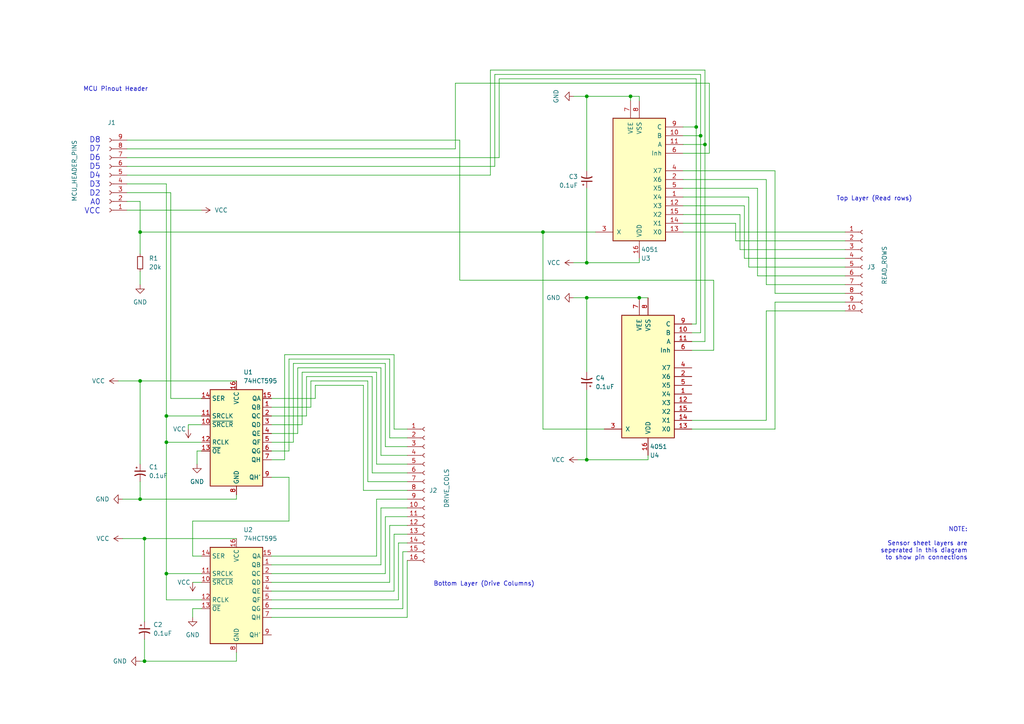
<source format=kicad_sch>
(kicad_sch (version 20211123) (generator eeschema)
  (paper "A4")
  (title_block (title "Force Sensitive Resistor Matrix") (date "2022-11-27") (company "UBC Bionics") (comment 4 "Drawn by: UMAR ALI") (comment 9 "Some comment"))
  (lib_symbols
    (symbol "4xxx:4051" (pin_names (offset 1.016))
      (property "Reference" "U" (at -7.62 19.05 0))
      (property "Value" "4051" (at -7.62 -19.05 0))
      (symbol "4051_1_0"
        (pin passive line (at -12.7 5.08 0) (length 5.08) (name "X4") (number "1"))
        (pin input line (at -12.7 -12.7 0) (length 5.08) (name "B") (number "10"))
        (pin input line (at -12.7 -10.16 0) (length 5.08) (name "A") (number "11"))
        (pin passive line (at -12.7 7.62 0) (length 5.08) (name "X3") (number "12"))
        (pin passive line (at -12.7 15.24 0) (length 5.08) (name "X0") (number "13"))
        (pin passive line (at -12.7 12.7 0) (length 5.08) (name "X1") (number "14"))
        (pin passive line (at -12.7 10.16 0) (length 5.08) (name "X2") (number "15"))
        (pin power_in line (at 0 22.86 270) (length 5.08) (name "VDD") (number "16"))
        (pin passive line (at -12.7 0 0) (length 5.08) (name "X6") (number "2"))
        (pin passive line (at 12.7 15.24 180) (length 5.08) (name "X") (number "3"))
        (pin passive line (at -12.7 -2.54 0) (length 5.08) (name "X7") (number "4"))
        (pin passive line (at -12.7 2.54 0) (length 5.08) (name "X5") (number "5"))
        (pin input line (at -12.7 -7.62 0) (length 5.08) (name "Inh") (number "6"))
        (pin power_in line (at 2.54 -22.86 90) (length 5.08) (name "VEE") (number "7"))
        (pin power_in line (at 0 -22.86 90) (length 5.08) (name "VSS") (number "8"))
        (pin input line (at -12.7 -15.24 0) (length 5.08) (name "C") (number "9"))
      )
      (symbol "4051_1_1"
        (rectangle (start -7.62 17.78) (end 7.62 -17.78) (stroke (width 0.254)) (fill (type background)))
      )
    )
    (symbol "74xx:74HCT595"
      (property "Reference" "U" (at -7.62 13.97 0))
      (property "Value" "74HCT595" (at -7.62 -16.51 0))
      (symbol "74HCT595_1_0"
        (pin tri_state line (at 10.16 7.62 180) (length 2.54) (name "QB") (number "1"))
        (pin input line (at -10.16 2.54 0) (length 2.54) (name "~{SRCLR}") (number "10"))
        (pin input line (at -10.16 5.08 0) (length 2.54) (name "SRCLK") (number "11"))
        (pin input line (at -10.16 -2.54 0) (length 2.54) (name "RCLK") (number "12"))
        (pin input line (at -10.16 -5.08 0) (length 2.54) (name "~{OE}") (number "13"))
        (pin input line (at -10.16 10.16 0) (length 2.54) (name "SER") (number "14"))
        (pin tri_state line (at 10.16 10.16 180) (length 2.54) (name "QA") (number "15"))
        (pin power_in line (at 0 15.24 270) (length 2.54) (name "VCC") (number "16"))
        (pin tri_state line (at 10.16 5.08 180) (length 2.54) (name "QC") (number "2"))
        (pin tri_state line (at 10.16 2.54 180) (length 2.54) (name "QD") (number "3"))
        (pin tri_state line (at 10.16 0 180) (length 2.54) (name "QE") (number "4"))
        (pin tri_state line (at 10.16 -2.54 180) (length 2.54) (name "QF") (number "5"))
        (pin tri_state line (at 10.16 -5.08 180) (length 2.54) (name "QG") (number "6"))
        (pin tri_state line (at 10.16 -7.62 180) (length 2.54) (name "QH") (number "7"))
        (pin power_in line (at 0 -17.78 90) (length 2.54) (name "GND") (number "8"))
        (pin output line (at 10.16 -12.7 180) (length 2.54) (name "QH'") (number "9"))
      )
      (symbol "74HCT595_1_1"
        (rectangle (start -7.62 12.7) (end 7.62 -15.24) (stroke (width 0.254)) (fill (type background)))
      )
    )
    (symbol "Connector:Conn_01x09_Female" (pin_names (offset 1.016) hide)
      (property "Reference" "J" (at 0 12.7 0))
      (property "Value" "Conn_01x09_Female" (at 0 -12.7 0))
      (symbol "Conn_01x09_Female_1_1"
        (arc (start 0 -9.652) (mid -0.508 -10.16) (end 0 -10.668) (stroke (width 0.1524)))
        (arc (start 0 -7.112) (mid -0.508 -7.62) (end 0 -8.128) (stroke (width 0.1524)))
        (arc (start 0 -4.572) (mid -0.508 -5.08) (end 0 -5.588) (stroke (width 0.1524)))
        (arc (start 0 -2.032) (mid -0.508 -2.54) (end 0 -3.048) (stroke (width 0.1524)))
        (polyline (pts (xy -1.27 -10.16) (xy -0.508 -10.16)) (stroke (width 0.1524)))
        (polyline (pts (xy -1.27 -7.62) (xy -0.508 -7.62)) (stroke (width 0.1524)))
        (polyline (pts (xy -1.27 -5.08) (xy -0.508 -5.08)) (stroke (width 0.1524)))
        (polyline (pts (xy -1.27 -2.54) (xy -0.508 -2.54)) (stroke (width 0.1524)))
        (polyline (pts (xy -1.27 0) (xy -0.508 0)) (stroke (width 0.1524)))
        (polyline (pts (xy -1.27 2.54) (xy -0.508 2.54)) (stroke (width 0.1524)))
        (polyline (pts (xy -1.27 5.08) (xy -0.508 5.08)) (stroke (width 0.1524)))
        (polyline (pts (xy -1.27 7.62) (xy -0.508 7.62)) (stroke (width 0.1524)))
        (polyline (pts (xy -1.27 10.16) (xy -0.508 10.16)) (stroke (width 0.1524)))
        (arc (start 0 0.508) (mid -0.508 0) (end 0 -0.508) (stroke (width 0.1524)))
        (arc (start 0 3.048) (mid -0.508 2.54) (end 0 2.032) (stroke (width 0.1524)))
        (arc (start 0 5.588) (mid -0.508 5.08) (end 0 4.572) (stroke (width 0.1524)))
        (arc (start 0 8.128) (mid -0.508 7.62) (end 0 7.112) (stroke (width 0.1524)))
        (arc (start 0 10.668) (mid -0.508 10.16) (end 0 9.652) (stroke (width 0.1524)))
        (pin passive line (at -5.08 10.16 0) (length 3.81) (name "Pin_1") (number "1"))
        (pin passive line (at -5.08 7.62 0) (length 3.81) (name "Pin_2") (number "2"))
        (pin passive line (at -5.08 5.08 0) (length 3.81) (name "Pin_3") (number "3"))
        (pin passive line (at -5.08 2.54 0) (length 3.81) (name "Pin_4") (number "4"))
        (pin passive line (at -5.08 0 0) (length 3.81) (name "Pin_5") (number "5"))
        (pin passive line (at -5.08 -2.54 0) (length 3.81) (name "Pin_6") (number "6"))
        (pin passive line (at -5.08 -5.08 0) (length 3.81) (name "Pin_7") (number "7"))
        (pin passive line (at -5.08 -7.62 0) (length 3.81) (name "Pin_8") (number "8"))
        (pin passive line (at -5.08 -10.16 0) (length 3.81) (name "Pin_9") (number "9"))
      )
    )
    (symbol "Connector:Conn_01x10_Female" (pin_names (offset 1.016) hide)
      (property "Reference" "J" (at 0 12.7 0))
      (property "Value" "Conn_01x10_Female" (at 0 -15.24 0))
      (symbol "Conn_01x10_Female_1_1"
        (arc (start 0 -12.192) (mid -0.508 -12.7) (end 0 -13.208) (stroke (width 0.1524)))
        (arc (start 0 -9.652) (mid -0.508 -10.16) (end 0 -10.668) (stroke (width 0.1524)))
        (arc (start 0 -7.112) (mid -0.508 -7.62) (end 0 -8.128) (stroke (width 0.1524)))
        (arc (start 0 -4.572) (mid -0.508 -5.08) (end 0 -5.588) (stroke (width 0.1524)))
        (arc (start 0 -2.032) (mid -0.508 -2.54) (end 0 -3.048) (stroke (width 0.1524)))
        (polyline (pts (xy -1.27 -12.7) (xy -0.508 -12.7)) (stroke (width 0.1524)))
        (polyline (pts (xy -1.27 -10.16) (xy -0.508 -10.16)) (stroke (width 0.1524)))
        (polyline (pts (xy -1.27 -7.62) (xy -0.508 -7.62)) (stroke (width 0.1524)))
        (polyline (pts (xy -1.27 -5.08) (xy -0.508 -5.08)) (stroke (width 0.1524)))
        (polyline (pts (xy -1.27 -2.54) (xy -0.508 -2.54)) (stroke (width 0.1524)))
        (polyline (pts (xy -1.27 0) (xy -0.508 0)) (stroke (width 0.1524)))
        (polyline (pts (xy -1.27 2.54) (xy -0.508 2.54)) (stroke (width 0.1524)))
        (polyline (pts (xy -1.27 5.08) (xy -0.508 5.08)) (stroke (width 0.1524)))
        (polyline (pts (xy -1.27 7.62) (xy -0.508 7.62)) (stroke (width 0.1524)))
        (polyline (pts (xy -1.27 10.16) (xy -0.508 10.16)) (stroke (width 0.1524)))
        (arc (start 0 0.508) (mid -0.508 0) (end 0 -0.508) (stroke (width 0.1524)))
        (arc (start 0 3.048) (mid -0.508 2.54) (end 0 2.032) (stroke (width 0.1524)))
        (arc (start 0 5.588) (mid -0.508 5.08) (end 0 4.572) (stroke (width 0.1524)))
        (arc (start 0 8.128) (mid -0.508 7.62) (end 0 7.112) (stroke (width 0.1524)))
        (arc (start 0 10.668) (mid -0.508 10.16) (end 0 9.652) (stroke (width 0.1524)))
        (pin passive line (at -5.08 10.16 0) (length 3.81) (name "Pin_1") (number "1"))
        (pin passive line (at -5.08 -12.7 0) (length 3.81) (name "Pin_10") (number "10"))
        (pin passive line (at -5.08 7.62 0) (length 3.81) (name "Pin_2") (number "2"))
        (pin passive line (at -5.08 5.08 0) (length 3.81) (name "Pin_3") (number "3"))
        (pin passive line (at -5.08 2.54 0) (length 3.81) (name "Pin_4") (number "4"))
        (pin passive line (at -5.08 0 0) (length 3.81) (name "Pin_5") (number "5"))
        (pin passive line (at -5.08 -2.54 0) (length 3.81) (name "Pin_6") (number "6"))
        (pin passive line (at -5.08 -5.08 0) (length 3.81) (name "Pin_7") (number "7"))
        (pin passive line (at -5.08 -7.62 0) (length 3.81) (name "Pin_8") (number "8"))
        (pin passive line (at -5.08 -10.16 0) (length 3.81) (name "Pin_9") (number "9"))
      )
    )
    (symbol "Connector:Conn_01x16_Female" (pin_names (offset 1.016) hide)
      (property "Reference" "J" (at 0 20.32 0))
      (property "Value" "Conn_01x16_Female" (at 0 -22.86 0))
      (symbol "Conn_01x16_Female_1_1"
        (arc (start 0 -19.812) (mid -0.508 -20.32) (end 0 -20.828) (stroke (width 0.1524)))
        (arc (start 0 -17.272) (mid -0.508 -17.78) (end 0 -18.288) (stroke (width 0.1524)))
        (arc (start 0 -14.732) (mid -0.508 -15.24) (end 0 -15.748) (stroke (width 0.1524)))
        (arc (start 0 -12.192) (mid -0.508 -12.7) (end 0 -13.208) (stroke (width 0.1524)))
        (arc (start 0 -9.652) (mid -0.508 -10.16) (end 0 -10.668) (stroke (width 0.1524)))
        (arc (start 0 -7.112) (mid -0.508 -7.62) (end 0 -8.128) (stroke (width 0.1524)))
        (arc (start 0 -4.572) (mid -0.508 -5.08) (end 0 -5.588) (stroke (width 0.1524)))
        (arc (start 0 -2.032) (mid -0.508 -2.54) (end 0 -3.048) (stroke (width 0.1524)))
        (polyline (pts (xy -1.27 -20.32) (xy -0.508 -20.32)) (stroke (width 0.1524)))
        (polyline (pts (xy -1.27 -17.78) (xy -0.508 -17.78)) (stroke (width 0.1524)))
        (polyline (pts (xy -1.27 -15.24) (xy -0.508 -15.24)) (stroke (width 0.1524)))
        (polyline (pts (xy -1.27 -12.7) (xy -0.508 -12.7)) (stroke (width 0.1524)))
        (polyline (pts (xy -1.27 -10.16) (xy -0.508 -10.16)) (stroke (width 0.1524)))
        (polyline (pts (xy -1.27 -7.62) (xy -0.508 -7.62)) (stroke (width 0.1524)))
        (polyline (pts (xy -1.27 -5.08) (xy -0.508 -5.08)) (stroke (width 0.1524)))
        (polyline (pts (xy -1.27 -2.54) (xy -0.508 -2.54)) (stroke (width 0.1524)))
        (polyline (pts (xy -1.27 0) (xy -0.508 0)) (stroke (width 0.1524)))
        (polyline (pts (xy -1.27 2.54) (xy -0.508 2.54)) (stroke (width 0.1524)))
        (polyline (pts (xy -1.27 5.08) (xy -0.508 5.08)) (stroke (width 0.1524)))
        (polyline (pts (xy -1.27 7.62) (xy -0.508 7.62)) (stroke (width 0.1524)))
        (polyline (pts (xy -1.27 10.16) (xy -0.508 10.16)) (stroke (width 0.1524)))
        (polyline (pts (xy -1.27 12.7) (xy -0.508 12.7)) (stroke (width 0.1524)))
        (polyline (pts (xy -1.27 15.24) (xy -0.508 15.24)) (stroke (width 0.1524)))
        (polyline (pts (xy -1.27 17.78) (xy -0.508 17.78)) (stroke (width 0.1524)))
        (arc (start 0 0.508) (mid -0.508 0) (end 0 -0.508) (stroke (width 0.1524)))
        (arc (start 0 3.048) (mid -0.508 2.54) (end 0 2.032) (stroke (width 0.1524)))
        (arc (start 0 5.588) (mid -0.508 5.08) (end 0 4.572) (stroke (width 0.1524)))
        (arc (start 0 8.128) (mid -0.508 7.62) (end 0 7.112) (stroke (width 0.1524)))
        (arc (start 0 10.668) (mid -0.508 10.16) (end 0 9.652) (stroke (width 0.1524)))
        (arc (start 0 13.208) (mid -0.508 12.7) (end 0 12.192) (stroke (width 0.1524)))
        (arc (start 0 15.748) (mid -0.508 15.24) (end 0 14.732) (stroke (width 0.1524)))
        (arc (start 0 18.288) (mid -0.508 17.78) (end 0 17.272) (stroke (width 0.1524)))
        (pin passive line (at -5.08 17.78 0) (length 3.81) (name "Pin_1") (number "1"))
        (pin passive line (at -5.08 -5.08 0) (length 3.81) (name "Pin_10") (number "10"))
        (pin passive line (at -5.08 -7.62 0) (length 3.81) (name "Pin_11") (number "11"))
        (pin passive line (at -5.08 -10.16 0) (length 3.81) (name "Pin_12") (number "12"))
        (pin passive line (at -5.08 -12.7 0) (length 3.81) (name "Pin_13") (number "13"))
        (pin passive line (at -5.08 -15.24 0) (length 3.81) (name "Pin_14") (number "14"))
        (pin passive line (at -5.08 -17.78 0) (length 3.81) (name "Pin_15") (number "15"))
        (pin passive line (at -5.08 -20.32 0) (length 3.81) (name "Pin_16") (number "16"))
        (pin passive line (at -5.08 15.24 0) (length 3.81) (name "Pin_2") (number "2"))
        (pin passive line (at -5.08 12.7 0) (length 3.81) (name "Pin_3") (number "3"))
        (pin passive line (at -5.08 10.16 0) (length 3.81) (name "Pin_4") (number "4"))
        (pin passive line (at -5.08 7.62 0) (length 3.81) (name "Pin_5") (number "5"))
        (pin passive line (at -5.08 5.08 0) (length 3.81) (name "Pin_6") (number "6"))
        (pin passive line (at -5.08 2.54 0) (length 3.81) (name "Pin_7") (number "7"))
        (pin passive line (at -5.08 0 0) (length 3.81) (name "Pin_8") (number "8"))
        (pin passive line (at -5.08 -2.54 0) (length 3.81) (name "Pin_9") (number "9"))
      )
    )
    (symbol "Device:C_Polarized_Small_US" (pin_numbers hide) (pin_names (offset 0.254) hide)
      (property "Reference" "C" (at 0.254 1.778 0))
      (property "Value" "C_Polarized_Small_US" (at 0.254 -2.032 0))
      (symbol "C_Polarized_Small_US_0_1"
        (polyline (pts (xy -1.524 0.508) (xy 1.524 0.508)) (stroke (width 0.3048)))
        (polyline (pts (xy -1.27 1.524) (xy -0.762 1.524)))
        (polyline (pts (xy -1.016 1.27) (xy -1.016 1.778)))
        (arc (start 1.524 -0.762) (mid 0 -0.3734) (end -1.524 -0.762) (stroke (width 0.3048)))
      )
      (symbol "C_Polarized_Small_US_1_1"
        (pin passive line (at 0 2.54 270) (length 2.032) (name "~") (number "1"))
        (pin passive line (at 0 -2.54 90) (length 2.032) (name "~") (number "2"))
      )
    )
    (symbol "Device:R_Small" (pin_numbers hide) (pin_names (offset 0.254) hide)
      (property "Reference" "R" (at 0.762 0.508 0))
      (property "Value" "R_Small" (at 0.762 -1.016 0))
      (symbol "R_Small_0_1"
        (rectangle (start -0.762 1.778) (end 0.762 -1.778) (stroke (width 0.2032)))
      )
      (symbol "R_Small_1_1"
        (pin passive line (at 0 2.54 270) (length 0.762) (name "~") (number "1"))
        (pin passive line (at 0 -2.54 90) (length 0.762) (name "~") (number "2"))
      )
    )
    (symbol "power:GND" (power) (pin_names (offset 0))
      (property "Value" "GND" (at 0 -3.81 0))
      (symbol "GND_0_1"
        (polyline (pts (xy 0 0) (xy 0 -1.27) (xy 1.27 -1.27) (xy 0 -2.54) (xy -1.27 -1.27) (xy 0 -1.27)))
      )
      (symbol "GND_1_1"
        (pin power_in line (at 0 0 270) (length 0) hide (name "GND") (number "1"))
      )
    )
    (symbol "power:VCC" (power) (pin_names (offset 0))
      (property "Value" "VCC" (at 0 3.81 0))
      (symbol "VCC_0_1"
        (polyline (pts (xy -0.762 1.27) (xy 0 2.54)))
        (polyline (pts (xy 0 0) (xy 0 2.54)))
        (polyline (pts (xy 0 2.54) (xy 0.762 1.27)))
      )
      (symbol "VCC_1_1"
        (pin power_in line (at 0 0 90) (length 0) hide (name "VCC") (number "1"))
      )
    )
  )
  (junction (at 185.42 86.36))
  (junction (at 40.64 110.49))
  (junction (at 41.91 191.77))
  (junction (at 40.64 144.78))
  (junction (at 182.88 27.94))
  (junction (at 48.26 128.27))
  (junction (at 170.18 27.94))
  (junction (at 48.26 120.65))
  (junction (at 41.91 156.21))
  (junction (at 201.93 36.83))
  (junction (at 48.26 166.37))
  (junction (at 204.47 41.91))
  (junction (at 170.18 133.35))
  (junction (at 40.64 67.31))
  (junction (at 157.48 67.31))
  (junction (at 170.18 86.36))
  (junction (at 203.2 39.37))
  (junction (at 170.18 76.2))
  (wire (pts (xy 219.71 80.01) (xy 219.71 54.61)))
  (wire (pts (xy 36.83 45.72) (xy 144.78 45.72)))
  (wire (pts (xy 48.26 128.27) (xy 58.42 128.27)))
  (wire (pts (xy 170.18 86.36) (xy 166.37 86.36)))
  (wire (pts (xy 114.3 124.46) (xy 114.3 102.87)))
  (wire (pts (xy 36.83 48.26) (xy 143.51 48.26)))
  (wire (pts (xy 34.29 110.49) (xy 40.64 110.49)))
  (wire (pts (xy 118.11 124.46) (xy 114.3 124.46)))
  (wire (pts (xy 49.53 115.57) (xy 49.53 55.88)))
  (wire (pts (xy 105.41 142.24) (xy 105.41 111.76)))
  (wire (pts (xy 132.08 43.18) (xy 36.83 43.18)))
  (wire (pts (xy 48.26 173.99) (xy 48.26 166.37)))
  (wire (pts (xy 185.42 86.36) (xy 187.96 86.36)))
  (wire (pts (xy 57.15 130.81) (xy 57.15 134.62)))
  (wire (pts (xy 83.82 151.13) (xy 55.88 151.13)))
  (wire (pts (xy 85.09 128.27) (xy 85.09 105.41)))
  (wire (pts (xy 170.18 113.03) (xy 170.18 133.35)))
  (wire (pts (xy 106.68 110.49) (xy 90.17 110.49)))
  (wire (pts (xy 88.9 120.65) (xy 78.74 120.65)))
  (wire (pts (xy 185.42 27.94) (xy 182.88 27.94)))
  (wire (pts (xy 198.12 67.31) (xy 245.11 67.31)))
  (wire (pts (xy 198.12 49.53) (xy 224.79 49.53)))
  (wire (pts (xy 78.74 168.91) (xy 113.03 168.91)))
  (wire (pts (xy 87.63 123.19) (xy 87.63 107.95)))
  (wire (pts (xy 198.12 57.15) (xy 217.17 57.15)))
  (wire (pts (xy 224.79 85.09) (xy 224.79 49.53)))
  (wire (pts (xy 78.74 179.07) (xy 118.11 179.07)))
  (wire (pts (xy 110.49 132.08) (xy 110.49 106.68)))
  (wire (pts (xy 203.2 39.37) (xy 203.2 96.52)))
  (wire (pts (xy 87.63 107.95) (xy 109.22 107.95)))
  (wire (pts (xy 86.36 106.68) (xy 86.36 125.73)))
  (wire (pts (xy 58.42 123.19) (xy 54.61 123.19)))
  (wire (pts (xy 78.74 138.43) (xy 83.82 138.43)))
  (wire (pts (xy 40.64 191.77) (xy 41.91 191.77)))
  (wire (pts (xy 78.74 166.37) (xy 111.76 166.37)))
  (wire (pts (xy 115.57 173.99) (xy 115.57 157.48)))
  (wire (pts (xy 90.17 118.11) (xy 78.74 118.11)))
  (wire (pts (xy 36.83 60.96) (xy 58.42 60.96)))
  (wire (pts (xy 118.11 160.02) (xy 116.84 160.02)))
  (wire (pts (xy 111.76 129.54) (xy 118.11 129.54)))
  (wire (pts (xy 110.49 106.68) (xy 86.36 106.68)))
  (wire (pts (xy 133.35 40.64) (xy 36.83 40.64)))
  (wire (pts (xy 198.12 44.45) (xy 205.74 44.45)))
  (wire (pts (xy 224.79 87.63) (xy 224.79 124.46)))
  (wire (pts (xy 144.78 22.86) (xy 144.78 45.72)))
  (wire (pts (xy 109.22 107.95) (xy 109.22 134.62)))
  (wire (pts (xy 200.66 93.98) (xy 201.93 93.98)))
  (wire (pts (xy 68.58 189.23) (xy 68.58 191.77)))
  (wire (pts (xy 48.26 128.27) (xy 48.26 166.37)))
  (wire (pts (xy 118.11 137.16) (xy 107.95 137.16)))
  (wire (pts (xy 200.66 96.52) (xy 203.2 96.52)))
  (wire (pts (xy 111.76 149.86) (xy 111.76 166.37)))
  (wire (pts (xy 205.74 24.13) (xy 132.08 24.13)))
  (wire (pts (xy 55.88 168.91) (xy 58.42 168.91)))
  (wire (pts (xy 78.74 161.29) (xy 109.22 161.29)))
  (wire (pts (xy 118.11 139.7) (xy 106.68 139.7)))
  (wire (pts (xy 198.12 59.69) (xy 215.9 59.69)))
  (wire (pts (xy 157.48 124.46) (xy 157.48 67.31)))
  (wire (pts (xy 82.55 133.35) (xy 78.74 133.35)))
  (wire (pts (xy 170.18 86.36) (xy 185.42 86.36)))
  (wire (pts (xy 118.11 179.07) (xy 118.11 162.56)))
  (wire (pts (xy 170.18 54.61) (xy 170.18 76.2)))
  (wire (pts (xy 201.93 22.86) (xy 144.78 22.86)))
  (wire (pts (xy 40.64 110.49) (xy 40.64 134.62)))
  (wire (pts (xy 245.11 82.55) (xy 222.25 82.55)))
  (wire (pts (xy 36.83 55.88) (xy 49.53 55.88)))
  (wire (pts (xy 55.88 161.29) (xy 58.42 161.29)))
  (wire (pts (xy 245.11 90.17) (xy 222.25 90.17)))
  (wire (pts (xy 40.64 58.42) (xy 40.64 67.31)))
  (wire (pts (xy 182.88 27.94) (xy 182.88 29.21)))
  (wire (pts (xy 198.12 62.23) (xy 214.63 62.23)))
  (wire (pts (xy 170.18 49.53) (xy 170.18 27.94)))
  (wire (pts (xy 78.74 115.57) (xy 91.44 115.57)))
  (wire (pts (xy 118.11 149.86) (xy 111.76 149.86)))
  (wire (pts (xy 114.3 154.94) (xy 114.3 171.45)))
  (wire (pts (xy 82.55 102.87) (xy 82.55 133.35)))
  (wire (pts (xy 207.01 101.6) (xy 207.01 81.28)))
  (wire (pts (xy 48.26 53.34) (xy 48.26 120.65)))
  (wire (pts (xy 201.93 36.83) (xy 201.93 22.86)))
  (wire (pts (xy 118.11 127) (xy 113.03 127)))
  (wire (pts (xy 115.57 157.48) (xy 118.11 157.48)))
  (wire (pts (xy 110.49 163.83) (xy 110.49 147.32)))
  (wire (pts (xy 170.18 133.35) (xy 167.64 133.35)))
  (wire (pts (xy 203.2 21.59) (xy 143.51 21.59)))
  (wire (pts (xy 198.12 54.61) (xy 219.71 54.61)))
  (wire (pts (xy 41.91 185.42) (xy 41.91 191.77)))
  (wire (pts (xy 245.11 74.93) (xy 215.9 74.93)))
  (wire (pts (xy 41.91 191.77) (xy 68.58 191.77)))
  (wire (pts (xy 58.42 176.53) (xy 55.88 176.53)))
  (wire (pts (xy 132.08 24.13) (xy 132.08 43.18)))
  (wire (pts (xy 91.44 111.76) (xy 91.44 115.57)))
  (wire (pts (xy 166.37 76.2) (xy 170.18 76.2)))
  (wire (pts (xy 78.74 173.99) (xy 115.57 173.99)))
  (wire (pts (xy 68.58 143.51) (xy 68.58 144.78)))
  (wire (pts (xy 187.96 132.08) (xy 187.96 133.35)))
  (wire (pts (xy 54.61 123.19) (xy 54.61 124.46)))
  (wire (pts (xy 198.12 36.83) (xy 201.93 36.83)))
  (wire (pts (xy 113.03 168.91) (xy 113.03 152.4)))
  (wire (pts (xy 245.11 87.63) (xy 224.79 87.63)))
  (wire (pts (xy 187.96 133.35) (xy 170.18 133.35)))
  (wire (pts (xy 35.56 144.78) (xy 40.64 144.78)))
  (wire (pts (xy 142.24 20.32) (xy 142.24 50.8)))
  (wire (pts (xy 110.49 147.32) (xy 118.11 147.32)))
  (wire (pts (xy 48.26 53.34) (xy 36.83 53.34)))
  (wire (pts (xy 107.95 137.16) (xy 107.95 109.22)))
  (wire (pts (xy 245.11 69.85) (xy 213.36 69.85)))
  (wire (pts (xy 106.68 139.7) (xy 106.68 110.49)))
  (wire (pts (xy 200.66 99.06) (xy 204.47 99.06)))
  (wire (pts (xy 204.47 20.32) (xy 142.24 20.32)))
  (wire (pts (xy 118.11 142.24) (xy 105.41 142.24)))
  (wire (pts (xy 215.9 74.93) (xy 215.9 59.69)))
  (wire (pts (xy 105.41 111.76) (xy 91.44 111.76)))
  (wire (pts (xy 111.76 105.41) (xy 111.76 129.54)))
  (wire (pts (xy 48.26 120.65) (xy 58.42 120.65)))
  (wire (pts (xy 113.03 152.4) (xy 118.11 152.4)))
  (wire (pts (xy 200.66 124.46) (xy 224.79 124.46)))
  (wire (pts (xy 222.25 82.55) (xy 222.25 52.07)))
  (wire (pts (xy 113.03 127) (xy 113.03 104.14)))
  (wire (pts (xy 55.88 176.53) (xy 55.88 179.07)))
  (wire (pts (xy 48.26 166.37) (xy 58.42 166.37)))
  (wire (pts (xy 109.22 144.78) (xy 109.22 161.29)))
  (wire (pts (xy 214.63 72.39) (xy 214.63 62.23)))
  (wire (pts (xy 118.11 132.08) (xy 110.49 132.08)))
  (wire (pts (xy 198.12 39.37) (xy 203.2 39.37)))
  (wire (pts (xy 78.74 123.19) (xy 87.63 123.19)))
  (wire (pts (xy 116.84 160.02) (xy 116.84 176.53)))
  (wire (pts (xy 200.66 121.92) (xy 222.25 121.92)))
  (wire (pts (xy 217.17 77.47) (xy 217.17 57.15)))
  (wire (pts (xy 204.47 41.91) (xy 204.47 20.32)))
  (wire (pts (xy 207.01 81.28) (xy 133.35 81.28)))
  (wire (pts (xy 58.42 115.57) (xy 49.53 115.57)))
  (wire (pts (xy 40.64 144.78) (xy 68.58 144.78)))
  (wire (pts (xy 41.91 156.21) (xy 68.58 156.21)))
  (wire (pts (xy 109.22 134.62) (xy 118.11 134.62)))
  (wire (pts (xy 245.11 85.09) (xy 224.79 85.09)))
  (wire (pts (xy 201.93 36.83) (xy 201.93 93.98)))
  (wire (pts (xy 170.18 76.2) (xy 185.42 76.2)))
  (wire (pts (xy 55.88 151.13) (xy 55.88 161.29)))
  (wire (pts (xy 222.25 90.17) (xy 222.25 121.92)))
  (wire (pts (xy 198.12 64.77) (xy 213.36 64.77)))
  (wire (pts (xy 245.11 77.47) (xy 217.17 77.47)))
  (wire (pts (xy 133.35 81.28) (xy 133.35 40.64)))
  (wire (pts (xy 170.18 86.36) (xy 170.18 107.95)))
  (wire (pts (xy 48.26 120.65) (xy 48.26 128.27)))
  (wire (pts (xy 185.42 74.93) (xy 185.42 76.2)))
  (wire (pts (xy 58.42 173.99) (xy 48.26 173.99)))
  (wire (pts (xy 118.11 144.78) (xy 109.22 144.78)))
  (wire (pts (xy 83.82 130.81) (xy 78.74 130.81)))
  (wire (pts (xy 40.64 139.7) (xy 40.64 144.78)))
  (wire (pts (xy 78.74 128.27) (xy 85.09 128.27)))
  (wire (pts (xy 170.18 27.94) (xy 166.37 27.94)))
  (wire (pts (xy 40.64 67.31) (xy 157.48 67.31)))
  (wire (pts (xy 40.64 110.49) (xy 68.58 110.49)))
  (wire (pts (xy 157.48 67.31) (xy 172.72 67.31)))
  (wire (pts (xy 113.03 104.14) (xy 83.82 104.14)))
  (wire (pts (xy 90.17 110.49) (xy 90.17 118.11)))
  (wire (pts (xy 78.74 125.73) (xy 86.36 125.73)))
  (wire (pts (xy 36.83 58.42) (xy 40.64 58.42)))
  (wire (pts (xy 40.64 67.31) (xy 40.64 73.66)))
  (wire (pts (xy 198.12 52.07) (xy 222.25 52.07)))
  (wire (pts (xy 142.24 50.8) (xy 36.83 50.8)))
  (wire (pts (xy 114.3 102.87) (xy 82.55 102.87)))
  (wire (pts (xy 85.09 105.41) (xy 111.76 105.41)))
  (wire (pts (xy 143.51 21.59) (xy 143.51 48.26)))
  (wire (pts (xy 58.42 130.81) (xy 57.15 130.81)))
  (wire (pts (xy 205.74 44.45) (xy 205.74 24.13)))
  (wire (pts (xy 35.56 156.21) (xy 41.91 156.21)))
  (wire (pts (xy 78.74 176.53) (xy 116.84 176.53)))
  (wire (pts (xy 170.18 27.94) (xy 182.88 27.94)))
  (wire (pts (xy 245.11 72.39) (xy 214.63 72.39)))
  (wire (pts (xy 41.91 156.21) (xy 41.91 180.34)))
  (wire (pts (xy 118.11 154.94) (xy 114.3 154.94)))
  (wire (pts (xy 78.74 163.83) (xy 110.49 163.83)))
  (wire (pts (xy 107.95 109.22) (xy 88.9 109.22)))
  (wire (pts (xy 198.12 41.91) (xy 204.47 41.91)))
  (wire (pts (xy 83.82 138.43) (xy 83.82 151.13)))
  (wire (pts (xy 204.47 99.06) (xy 204.47 41.91)))
  (wire (pts (xy 78.74 171.45) (xy 114.3 171.45)))
  (wire (pts (xy 175.26 124.46) (xy 157.48 124.46)))
  (wire (pts (xy 185.42 29.21) (xy 185.42 27.94)))
  (wire (pts (xy 83.82 104.14) (xy 83.82 130.81)))
  (wire (pts (xy 203.2 21.59) (xy 203.2 39.37)))
  (wire (pts (xy 88.9 109.22) (xy 88.9 120.65)))
  (wire (pts (xy 40.64 78.74) (xy 40.64 82.55)))
  (wire (pts (xy 245.11 80.01) (xy 219.71 80.01)))
  (wire (pts (xy 200.66 101.6) (xy 207.01 101.6)))
  (wire (pts (xy 213.36 69.85) (xy 213.36 64.77)))
  (text "D8\nD7\nD6\nD5\nD4\nD3\nD2\nA0\nVCC\n" (at 29.21 62.23 180) (effects (font (size 1.6 1.6)) (justify right bottom)))
  (text "Bottom Layer (Drive Columns)" (at 125.73 170.18 0) (effects (font (size 1.27 1.27)) (justify left bottom)))
  (text "MCU Pinout Header" (at 24.13 26.67 0) (effects (font (size 1.27 1.27)) (justify left bottom)))
  (text "NOTE:\n\nSensor sheet layers are\nseperated in this diagram\nto show pin connections" (at 280.67 162.56 0) (effects (font (size 1.27 1.27)) (justify right bottom)))
  (text "Top Layer (Read rows)" (at 242.57 58.42 0) (effects (font (size 1.27 1.27)) (justify left bottom)))
  (symbol (lib_id "Device:C_Polarized_Small_US") (at 170.18 52.07 0) (mirror x) (unit 1)
    (property "Reference" "C3" (at 167.64 51.2317 0) (effects (justify right)))
    (property "Value" "0.1uF" (at 167.64 53.7717 0) (effects (justify right)))
    (property "Footprint" "Capacitor_THT:CP_Axial_L10.0mm_D4.5mm_P15.00mm_Horizontal" (effects hide))
  )
  (symbol (lib_id "power:VCC") (at 167.64 133.35 90) (unit 1)
    (property "Reference" "#PWR0109" (effects hide))
    (property "Value" "VCC" (at 163.83 133.3499 90) (effects (justify left)))
  )
  (symbol (lib_id "74xx:74HCT595") (at 68.58 171.45 0) (unit 1)
    (property "Reference" "U2" (at 70.5994 153.67 0) (effects (justify left)))
    (property "Value" "74HCT595" (at 70.5994 156.21 0) (effects (justify left)))
    (property "Footprint" "Package_DIP:DIP-16_W7.62mm_LongPads" (effects hide))
    (property "Datasheet" "https://assets.nexperia.com/documents/data-sheet/74HC_HCT595.pdf" (effects hide))
  )
  (symbol (lib_id "power:GND") (at 57.15 134.62 0) (unit 1)
    (property "Reference" "#PWR0112" (effects hide))
    (property "Value" "GND" (at 57.15 139.7 0))
  )
  (symbol (lib_id "4xxx:4051") (at 185.42 52.07 180) (unit 1)
    (property "Reference" "U3" (at 185.9406 74.93 0) (effects (justify right)))
    (property "Value" "4051" (at 185.9406 72.39 0) (effects (justify right)))
    (property "Footprint" "Package_DIP:DIP-16_W10.16mm" (effects hide))
    (property "Datasheet" "http://www.intersil.com/content/dam/Intersil/documents/cd40/cd4051bms-52bms-53bms.pdf" (effects hide))
  )
  (symbol (lib_id "Device:C_Polarized_Small_US") (at 40.64 137.16 0) (unit 1)
    (property "Reference" "C1" (at 43.18 135.4581 0) (effects (justify left)))
    (property "Value" "0.1uF" (at 43.18 137.9981 0) (effects (justify left)))
    (property "Footprint" "Capacitor_THT:CP_Axial_L10.0mm_D4.5mm_P15.00mm_Horizontal" (effects hide))
  )
  (symbol (lib_id "power:GND") (at 166.37 27.94 270) (unit 1)
    (property "Reference" "#PWR0106" (effects hide))
    (property "Value" "GND" (at 161.29 27.94 0))
  )
  (symbol (lib_id "power:GND") (at 55.88 179.07 0) (unit 1)
    (property "Reference" "#PWR0101" (effects hide))
    (property "Value" "GND" (at 55.88 184.15 0))
  )
  (symbol (lib_id "4xxx:4051") (at 187.96 109.22 180) (unit 1)
    (property "Reference" "U4" (at 188.4806 132.08 0) (effects (justify right)))
    (property "Value" "4051" (at 188.4806 129.54 0) (effects (justify right)))
    (property "Footprint" "Package_DIP:DIP-16_W10.16mm" (effects hide))
    (property "Datasheet" "http://www.intersil.com/content/dam/Intersil/documents/cd40/cd4051bms-52bms-53bms.pdf" (effects hide))
  )
  (symbol (lib_id "power:VCC") (at 58.42 60.96 270) (unit 1)
    (property "Reference" "#PWR0110" (effects hide))
    (property "Value" "VCC" (at 62.23 60.9599 90) (effects (justify left)))
  )
  (symbol (lib_id "Device:C_Polarized_Small_US") (at 170.18 110.49 180) (unit 1)
    (property "Reference" "C4" (at 172.72 109.6517 0) (effects (justify right)))
    (property "Value" "0.1uF" (at 172.72 112.1917 0) (effects (justify right)))
    (property "Footprint" "Capacitor_THT:CP_Axial_L10.0mm_D4.5mm_P15.00mm_Horizontal" (effects hide))
  )
  (symbol (lib_id "power:VCC") (at 55.88 168.91 180) (unit 1)
    (property "Reference" "#PWR0105" (effects hide))
    (property "Value" "VCC" (at 53.34 168.91 0))
  )
  (symbol (lib_id "Connector:Conn_01x09_Female") (at 31.75 50.8 180) (unit 1)
    (property "Reference" "J1" (at 32.385 35.56 0))
    (property "Value" "MCU_HEADER_PINS" (at 21.59 49.53 90))
    (property "Footprint" "Connector_PinSocket_1.00mm:PinSocket_1x09_P1.00mm_Vertical" (effects hide))
  )
  (symbol (lib_id "power:VCC") (at 54.61 124.46 180) (unit 1)
    (property "Reference" "#PWR0114" (effects hide))
    (property "Value" "VCC" (at 52.07 124.46 0))
  )
  (symbol (lib_id "power:VCC") (at 34.29 110.49 90) (unit 1)
    (property "Reference" "#PWR0111" (effects hide))
    (property "Value" "VCC" (at 30.48 110.4899 90) (effects (justify left)))
  )
  (symbol (lib_id "power:VCC") (at 35.56 156.21 90) (unit 1)
    (property "Reference" "#PWR0103" (effects hide))
    (property "Value" "VCC" (at 31.75 156.2099 90) (effects (justify left)))
  )
  (symbol (lib_id "Device:R_Small") (at 40.64 76.2 0) (unit 1)
    (property "Reference" "R1" (at 43.18 74.9299 0) (effects (justify left)))
    (property "Value" "20k" (at 43.18 77.4699 0) (effects (justify left)))
    (property "Footprint" "Resistor_THT:R_Axial_DIN0204_L3.6mm_D1.6mm_P1.90mm_Vertical" (effects hide))
  )
  (symbol (lib_id "power:GND") (at 166.37 86.36 270) (unit 1)
    (property "Reference" "#PWR0107" (effects hide))
    (property "Value" "GND" (at 162.56 86.3599 90) (effects (justify right)))
  )
  (symbol (lib_id "74xx:74HCT595") (at 68.58 125.73 0) (unit 1)
    (property "Reference" "U1" (at 70.5994 107.95 0) (effects (justify left)))
    (property "Value" "74HCT595" (at 70.5994 110.49 0) (effects (justify left)))
    (property "Footprint" "Package_DIP:DIP-16_W7.62mm_LongPads" (effects hide))
    (property "Datasheet" "https://assets.nexperia.com/documents/data-sheet/74HC_HCT595.pdf" (effects hide))
  )
  (symbol (lib_id "Connector:Conn_01x10_Female") (at 250.19 77.47 0) (unit 1)
    (property "Reference" "J3" (at 251.46 77.4699 0) (effects (justify left)))
    (property "Value" "READ_ROWS" (at 256.54 82.55 90) (effects (justify left)))
    (property "Footprint" "Connector_PinSocket_1.00mm:PinSocket_1x10_P1.00mm_Vertical" (effects hide))
  )
  (symbol (lib_id "Device:C_Polarized_Small_US") (at 41.91 182.88 0) (unit 1)
    (property "Reference" "C2" (at 44.45 181.1781 0) (effects (justify left)))
    (property "Value" "0.1uF" (at 44.45 183.7181 0) (effects (justify left)))
    (property "Footprint" "Capacitor_THT:CP_Axial_L10.0mm_D4.5mm_P15.00mm_Horizontal" (effects hide))
  )
  (symbol (lib_id "power:GND") (at 40.64 82.55 0) (unit 1)
    (property "Reference" "#PWR0113" (effects hide))
    (property "Value" "GND" (at 40.64 87.63 0))
  )
  (symbol (lib_id "power:GND") (at 40.64 191.77 270) (unit 1)
    (property "Reference" "#PWR0102" (effects hide))
    (property "Value" "GND" (at 36.83 191.7699 90) (effects (justify right)))
  )
  (symbol (lib_id "power:VCC") (at 166.37 76.2 90) (unit 1)
    (property "Reference" "#PWR0108" (effects hide))
    (property "Value" "VCC" (at 162.56 76.1999 90) (effects (justify left)))
  )
  (symbol (lib_id "power:GND") (at 35.56 144.78 270) (unit 1)
    (property "Reference" "#PWR0104" (effects hide))
    (property "Value" "GND" (at 31.75 144.7799 90) (effects (justify right)))
  )
  (symbol (lib_id "Connector:Conn_01x16_Female") (at 123.19 142.24 0) (unit 1)
    (property "Reference" "J2" (at 124.46 142.2399 0) (effects (justify left)))
    (property "Value" "DRIVE_COLS" (at 129.54 147.32 90) (effects (justify left)))
    (property "Footprint" "Connector_PinSocket_1.00mm:PinSocket_1x16_P1.00mm_Vertical" (effects hide))
  )
)
</source>
